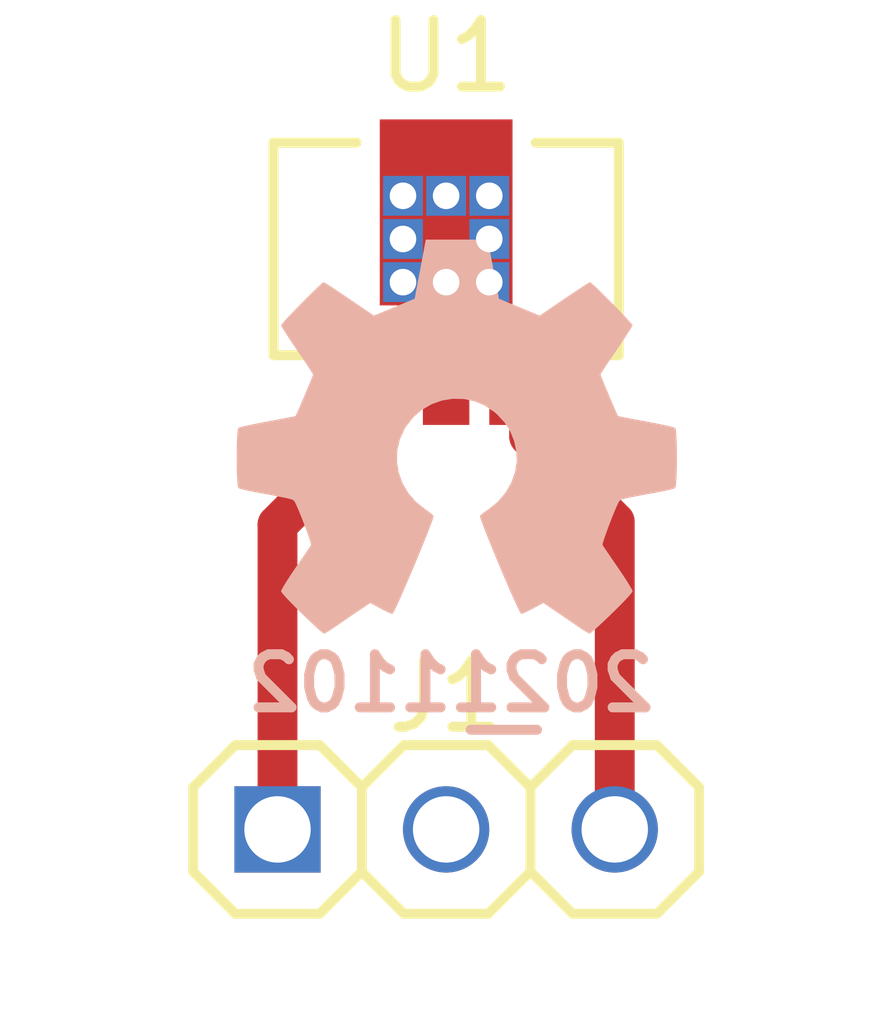
<source format=kicad_pcb>
(kicad_pcb (version 20171130) (host pcbnew 5.99.0+really5.1.10+dfsg1-1)

  (general
    (thickness 1.6)
    (drawings 0)
    (tracks 6)
    (zones 0)
    (modules 4)
    (nets 4)
  )

  (page A4)
  (layers
    (0 F.Cu signal)
    (31 B.Cu signal)
    (32 B.Adhes user)
    (33 F.Adhes user)
    (34 B.Paste user)
    (35 F.Paste user)
    (36 B.SilkS user)
    (37 F.SilkS user)
    (38 B.Mask user)
    (39 F.Mask user)
    (40 Dwgs.User user)
    (41 Cmts.User user)
    (42 Eco1.User user)
    (43 Eco2.User user)
    (44 Edge.Cuts user)
    (45 Margin user)
    (46 B.CrtYd user)
    (47 F.CrtYd user)
    (48 B.Fab user)
    (49 F.Fab user)
  )

  (setup
    (last_trace_width 0.6)
    (user_trace_width 0.2)
    (user_trace_width 0.3)
    (user_trace_width 0.4)
    (user_trace_width 0.6)
    (user_trace_width 0.8)
    (user_trace_width 1)
    (user_trace_width 1.2)
    (user_trace_width 1.4)
    (user_trace_width 1.6)
    (user_trace_width 2)
    (trace_clearance 0.2)
    (zone_clearance 0.508)
    (zone_45_only no)
    (trace_min 0.1524)
    (via_size 0.8)
    (via_drill 0.4)
    (via_min_size 0.381)
    (via_min_drill 0.254)
    (user_via 0.4 0.254)
    (user_via 0.5 0.3)
    (user_via 0.6 0.4)
    (user_via 0.8 0.6)
    (user_via 1.1 0.8)
    (user_via 1.3 1)
    (user_via 1.5 1.2)
    (user_via 1.7 1.4)
    (user_via 1.9 1.6)
    (user_via 2.5 2)
    (uvia_size 0.3)
    (uvia_drill 0.1)
    (uvias_allowed no)
    (uvia_min_size 0.2)
    (uvia_min_drill 0.1)
    (edge_width 0.05)
    (segment_width 0.2)
    (pcb_text_width 0.3)
    (pcb_text_size 1.5 1.5)
    (mod_edge_width 0.12)
    (mod_text_size 0.8 0.8)
    (mod_text_width 0.12)
    (pad_size 1.524 1.524)
    (pad_drill 0.762)
    (pad_to_mask_clearance 0.0762)
    (solder_mask_min_width 0.1016)
    (pad_to_paste_clearance_ratio -0.1)
    (aux_axis_origin 0 0)
    (visible_elements FFFFFF7F)
    (pcbplotparams
      (layerselection 0x010fc_ffffffff)
      (usegerberextensions false)
      (usegerberattributes true)
      (usegerberadvancedattributes true)
      (creategerberjobfile true)
      (excludeedgelayer true)
      (linewidth 0.100000)
      (plotframeref false)
      (viasonmask false)
      (mode 1)
      (useauxorigin false)
      (hpglpennumber 1)
      (hpglpenspeed 20)
      (hpglpendiameter 15.000000)
      (psnegative false)
      (psa4output false)
      (plotreference true)
      (plotvalue true)
      (plotinvisibletext false)
      (padsonsilk false)
      (subtractmaskfromsilk false)
      (outputformat 1)
      (mirror false)
      (drillshape 1)
      (scaleselection 1)
      (outputdirectory ""))
  )

  (net 0 "")
  (net 1 /3)
  (net 2 /2)
  (net 3 /1)

  (net_class Default "This is the default net class."
    (clearance 0.2)
    (trace_width 0.25)
    (via_dia 0.8)
    (via_drill 0.4)
    (uvia_dia 0.3)
    (uvia_drill 0.1)
    (add_net /1)
    (add_net /2)
    (add_net /3)
  )

  (module SquantorIC:SOT89-SOT23-Dual-NXP (layer F.Cu) (tedit 5D814A43) (tstamp 6181B14F)
    (at 151.13 80.01)
    (descr "SOT89 and SOT23 dual footprint NXP specification extra vias in tab")
    (tags "SOT89 SOT23 NXP viatab")
    (path /6181B031)
    (attr smd)
    (fp_text reference U1 (at 0 -3.25) (layer F.SilkS)
      (effects (font (size 1 1) (thickness 0.15)))
    )
    (fp_text value Generic_SOT23-3 (at 0 3.25) (layer F.Fab)
      (effects (font (size 1 1) (thickness 0.15)))
    )
    (fp_line (start -2.05 2.55) (end 2.05 2.55) (layer F.CrtYd) (width 0.05))
    (fp_line (start 2.05 2.55) (end 2.05 1.3) (layer F.CrtYd) (width 0.05))
    (fp_line (start 2.05 1.3) (end 2.65 1.3) (layer F.CrtYd) (width 0.05))
    (fp_line (start -2.05 2.55) (end -2.05 1.3) (layer F.CrtYd) (width 0.05))
    (fp_line (start -2.05 1.3) (end -2.65 1.3) (layer F.CrtYd) (width 0.05))
    (fp_line (start -1.3 -2.55) (end 1.3 -2.55) (layer F.CrtYd) (width 0.05))
    (fp_line (start -2.65 1.3) (end -2.65 -2) (layer F.CrtYd) (width 0.05))
    (fp_line (start -2.65 -2) (end -1.3 -2) (layer F.CrtYd) (width 0.05))
    (fp_line (start -1.3 -2) (end -1.3 -2.55) (layer F.CrtYd) (width 0.05))
    (fp_line (start 2.65 1.3) (end 2.65 -2) (layer F.CrtYd) (width 0.05))
    (fp_line (start 2.65 -2) (end 1.3 -2) (layer F.CrtYd) (width 0.05))
    (fp_line (start 1.3 -2) (end 1.3 -2.55) (layer F.CrtYd) (width 0.05))
    (fp_line (start -2.6 1.25) (end -2.6 -1.95) (layer F.SilkS) (width 0.15))
    (fp_line (start -2.6 -1.95) (end -1.35 -1.95) (layer F.SilkS) (width 0.15))
    (fp_line (start 1.35 -1.95) (end 2.6 -1.95) (layer F.SilkS) (width 0.15))
    (fp_line (start 2.6 -1.95) (end 2.6 1.25) (layer F.SilkS) (width 0.15))
    (fp_line (start -2.6 1.25) (end -2.1 1.25) (layer F.SilkS) (width 0.15))
    (fp_line (start -0.9 1.25) (end -0.6 1.25) (layer F.SilkS) (width 0.15))
    (fp_line (start 0.6 1.25) (end 0.9 1.25) (layer F.SilkS) (width 0.15))
    (fp_line (start 2.6 1.25) (end 2.1 1.25) (layer F.SilkS) (width 0.15))
    (pad 2 thru_hole rect (at 0.65 0.15) (size 0.6 0.6) (drill 0.4) (layers *.Cu *.Mask)
      (net 2 /2) (zone_connect 2))
    (pad 2 thru_hole rect (at 0 0.15) (size 0.6 0.6) (drill 0.4) (layers *.Cu *.Mask)
      (net 2 /2) (zone_connect 2))
    (pad 2 thru_hole rect (at -0.65 0.15) (size 0.6 0.6) (drill 0.4) (layers *.Cu *.Mask)
      (net 2 /2) (zone_connect 2))
    (pad 2 thru_hole rect (at -0.65 -0.5) (size 0.6 0.6) (drill 0.4) (layers *.Cu *.Mask)
      (net 2 /2) (zone_connect 2))
    (pad 2 thru_hole rect (at 0.65 -0.5) (size 0.6 0.6) (drill 0.4) (layers *.Cu *.Mask)
      (net 2 /2) (zone_connect 2))
    (pad 2 thru_hole rect (at -0.65 -1.15 90) (size 0.6 0.6) (drill 0.4) (layers *.Cu *.Mask)
      (net 2 /2) (zone_connect 2))
    (pad 2 thru_hole rect (at 0 -1.15) (size 0.6 0.6) (drill 0.4) (layers *.Cu *.Mask)
      (net 2 /2) (zone_connect 2))
    (pad 2 thru_hole rect (at 0.65 -1.15) (size 0.6 0.6) (drill 0.4) (layers *.Cu *.Mask)
      (net 2 /2) (zone_connect 2))
    (pad 2 smd rect (at 0 -1.825) (size 1.9 0.85) (layers F.Cu F.Paste)
      (net 2 /2))
    (pad 2 smd rect (at 0 -0.6) (size 1.2 1.2) (layers F.Cu F.Paste)
      (net 2 /2))
    (pad 3 smd rect (at 1.5 1.75) (size 0.6 1) (layers F.Cu F.Paste)
      (net 1 /3))
    (pad 1 smd rect (at -1.5 1.75) (size 0.6 1) (layers F.Cu F.Paste)
      (net 3 /1))
    (pad 2 smd rect (at 0 1.75) (size 0.6 1) (layers F.Cu F.Paste)
      (net 2 /2))
    (pad 2 smd rect (at 0 -0.9) (size 2 2.8) (layers F.Cu F.Mask)
      (net 2 /2))
    (pad 3 smd rect (at 1.25 1.75) (size 1.2 1.1) (layers F.Cu F.Mask)
      (net 1 /3))
    (pad 2 smd rect (at 0 1.4) (size 0.7 1.8) (layers F.Cu F.Mask)
      (net 2 /2))
    (pad 1 smd rect (at -1.25 1.75) (size 1.2 1.1) (layers F.Cu F.Mask)
      (net 3 /1))
    (model ${KISYS3DMOD}/Package_TO_SOT_SMD.3dshapes/SOT-89-3.step
      (at (xyz 0 0 0))
      (scale (xyz 1 1 1))
      (rotate (xyz 0 0 -90))
    )
    (model ${KISYS3DMOD}/Package_TO_SOT_SMD.3dshapes/SOT-23.step
      (offset (xyz 0 -0.5 0))
      (scale (xyz 1 1 1))
      (rotate (xyz 0 0 -90))
    )
  )

  (module SquantorConnectors:Header-0254-1X03-H010 (layer F.Cu) (tedit 5BE2003D) (tstamp 6181B11A)
    (at 151.13 88.4)
    (descr "PIN HEADER")
    (tags "PIN HEADER")
    (path /6181BC4B)
    (attr virtual)
    (fp_text reference J1 (at 0 -2) (layer F.SilkS)
      (effects (font (size 1 1) (thickness 0.15)))
    )
    (fp_text value Conn_01x03 (at 0 2.1) (layer F.Fab)
      (effects (font (size 1 1) (thickness 0.15)))
    )
    (fp_line (start -3.175 -1.27) (end -1.905 -1.27) (layer F.SilkS) (width 0.15))
    (fp_line (start -1.905 -1.27) (end -1.27 -0.635) (layer F.SilkS) (width 0.15))
    (fp_line (start -1.27 -0.635) (end -1.27 0.635) (layer F.SilkS) (width 0.15))
    (fp_line (start -1.27 0.635) (end -1.905 1.27) (layer F.SilkS) (width 0.15))
    (fp_line (start -1.27 -0.635) (end -0.635 -1.27) (layer F.SilkS) (width 0.15))
    (fp_line (start -0.635 -1.27) (end 0.635 -1.27) (layer F.SilkS) (width 0.15))
    (fp_line (start 0.635 -1.27) (end 1.27 -0.635) (layer F.SilkS) (width 0.15))
    (fp_line (start 1.27 -0.635) (end 1.27 0.635) (layer F.SilkS) (width 0.15))
    (fp_line (start 1.27 0.635) (end 0.635 1.27) (layer F.SilkS) (width 0.15))
    (fp_line (start 0.635 1.27) (end -0.635 1.27) (layer F.SilkS) (width 0.15))
    (fp_line (start -0.635 1.27) (end -1.27 0.635) (layer F.SilkS) (width 0.15))
    (fp_line (start -3.81 -0.635) (end -3.81 0.635) (layer F.SilkS) (width 0.15))
    (fp_line (start -3.175 -1.27) (end -3.81 -0.635) (layer F.SilkS) (width 0.15))
    (fp_line (start -3.81 0.635) (end -3.175 1.27) (layer F.SilkS) (width 0.15))
    (fp_line (start -1.905 1.27) (end -3.175 1.27) (layer F.SilkS) (width 0.15))
    (fp_line (start 1.27 -0.635) (end 1.905 -1.27) (layer F.SilkS) (width 0.15))
    (fp_line (start 1.905 -1.27) (end 3.175 -1.27) (layer F.SilkS) (width 0.15))
    (fp_line (start 3.175 -1.27) (end 3.81 -0.635) (layer F.SilkS) (width 0.15))
    (fp_line (start 3.81 -0.635) (end 3.81 0.635) (layer F.SilkS) (width 0.15))
    (fp_line (start 3.81 0.635) (end 3.175 1.27) (layer F.SilkS) (width 0.15))
    (fp_line (start 3.175 1.27) (end 1.905 1.27) (layer F.SilkS) (width 0.15))
    (fp_line (start 1.905 1.27) (end 1.27 0.635) (layer F.SilkS) (width 0.15))
    (pad 3 thru_hole circle (at 2.54 0 180) (size 1.3 1.3) (drill 1) (layers *.Cu *.Mask)
      (net 1 /3))
    (pad 2 thru_hole circle (at 0 0 180) (size 1.3 1.3) (drill 1) (layers *.Cu *.Mask)
      (net 2 /2))
    (pad 1 thru_hole rect (at -2.54 0 180) (size 1.3 1.3) (drill 1) (layers *.Cu *.Mask)
      (net 3 /1))
  )

  (module Symbol:OSHW-Symbol_6.7x6mm_SilkScreen (layer B.Cu) (tedit 0) (tstamp 5EE12086)
    (at 151.3 82.5 180)
    (descr "Open Source Hardware Symbol")
    (tags "Logo Symbol OSHW")
    (path /5EE13678)
    (attr virtual)
    (fp_text reference N2 (at 0 0) (layer B.SilkS) hide
      (effects (font (size 1 1) (thickness 0.15)) (justify mirror))
    )
    (fp_text value OHWLOGO (at 0.75 0) (layer B.Fab) hide
      (effects (font (size 1 1) (thickness 0.15)) (justify mirror))
    )
    (fp_poly (pts (xy 0.555814 2.531069) (xy 0.639635 2.086445) (xy 0.94892 1.958947) (xy 1.258206 1.831449)
      (xy 1.629246 2.083754) (xy 1.733157 2.154004) (xy 1.827087 2.216728) (xy 1.906652 2.269062)
      (xy 1.96747 2.308143) (xy 2.005157 2.331107) (xy 2.015421 2.336058) (xy 2.03391 2.323324)
      (xy 2.07342 2.288118) (xy 2.129522 2.234938) (xy 2.197787 2.168282) (xy 2.273786 2.092646)
      (xy 2.353092 2.012528) (xy 2.431275 1.932426) (xy 2.503907 1.856836) (xy 2.566559 1.790255)
      (xy 2.614803 1.737182) (xy 2.64421 1.702113) (xy 2.651241 1.690377) (xy 2.641123 1.66874)
      (xy 2.612759 1.621338) (xy 2.569129 1.552807) (xy 2.513218 1.467785) (xy 2.448006 1.370907)
      (xy 2.410219 1.31565) (xy 2.341343 1.214752) (xy 2.28014 1.123701) (xy 2.229578 1.04703)
      (xy 2.192628 0.989272) (xy 2.172258 0.954957) (xy 2.169197 0.947746) (xy 2.176136 0.927252)
      (xy 2.195051 0.879487) (xy 2.223087 0.811168) (xy 2.257391 0.729011) (xy 2.295109 0.63973)
      (xy 2.333387 0.550042) (xy 2.36937 0.466662) (xy 2.400206 0.396306) (xy 2.423039 0.34569)
      (xy 2.435017 0.321529) (xy 2.435724 0.320578) (xy 2.454531 0.315964) (xy 2.504618 0.305672)
      (xy 2.580793 0.290713) (xy 2.677865 0.272099) (xy 2.790643 0.250841) (xy 2.856442 0.238582)
      (xy 2.97695 0.215638) (xy 3.085797 0.193805) (xy 3.177476 0.174278) (xy 3.246481 0.158252)
      (xy 3.287304 0.146921) (xy 3.295511 0.143326) (xy 3.303548 0.118994) (xy 3.310033 0.064041)
      (xy 3.31497 -0.015108) (xy 3.318364 -0.112026) (xy 3.320218 -0.220287) (xy 3.320538 -0.333465)
      (xy 3.319327 -0.445135) (xy 3.31659 -0.548868) (xy 3.312331 -0.638241) (xy 3.306555 -0.706826)
      (xy 3.299267 -0.748197) (xy 3.294895 -0.75681) (xy 3.268764 -0.767133) (xy 3.213393 -0.781892)
      (xy 3.136107 -0.799352) (xy 3.04423 -0.81778) (xy 3.012158 -0.823741) (xy 2.857524 -0.852066)
      (xy 2.735375 -0.874876) (xy 2.641673 -0.89308) (xy 2.572384 -0.907583) (xy 2.523471 -0.919292)
      (xy 2.490897 -0.929115) (xy 2.470628 -0.937956) (xy 2.458626 -0.946724) (xy 2.456947 -0.948457)
      (xy 2.440184 -0.976371) (xy 2.414614 -1.030695) (xy 2.382788 -1.104777) (xy 2.34726 -1.191965)
      (xy 2.310583 -1.285608) (xy 2.275311 -1.379052) (xy 2.243996 -1.465647) (xy 2.219193 -1.53874)
      (xy 2.203454 -1.591678) (xy 2.199332 -1.617811) (xy 2.199676 -1.618726) (xy 2.213641 -1.640086)
      (xy 2.245322 -1.687084) (xy 2.291391 -1.754827) (xy 2.348518 -1.838423) (xy 2.413373 -1.932982)
      (xy 2.431843 -1.959854) (xy 2.497699 -2.057275) (xy 2.55565 -2.146163) (xy 2.602538 -2.221412)
      (xy 2.635207 -2.27792) (xy 2.6505 -2.310581) (xy 2.651241 -2.314593) (xy 2.638392 -2.335684)
      (xy 2.602888 -2.377464) (xy 2.549293 -2.435445) (xy 2.482171 -2.505135) (xy 2.406087 -2.582045)
      (xy 2.325604 -2.661683) (xy 2.245287 -2.739561) (xy 2.169699 -2.811186) (xy 2.103405 -2.87207)
      (xy 2.050969 -2.917721) (xy 2.016955 -2.94365) (xy 2.007545 -2.947883) (xy 1.985643 -2.937912)
      (xy 1.9408 -2.91102) (xy 1.880321 -2.871736) (xy 1.833789 -2.840117) (xy 1.749475 -2.782098)
      (xy 1.649626 -2.713784) (xy 1.549473 -2.645579) (xy 1.495627 -2.609075) (xy 1.313371 -2.4858)
      (xy 1.160381 -2.56852) (xy 1.090682 -2.604759) (xy 1.031414 -2.632926) (xy 0.991311 -2.648991)
      (xy 0.981103 -2.651226) (xy 0.968829 -2.634722) (xy 0.944613 -2.588082) (xy 0.910263 -2.515609)
      (xy 0.867588 -2.421606) (xy 0.818394 -2.310374) (xy 0.76449 -2.186215) (xy 0.707684 -2.053432)
      (xy 0.649782 -1.916327) (xy 0.592593 -1.779202) (xy 0.537924 -1.646358) (xy 0.487584 -1.522098)
      (xy 0.44338 -1.410725) (xy 0.407119 -1.316539) (xy 0.380609 -1.243844) (xy 0.365658 -1.196941)
      (xy 0.363254 -1.180833) (xy 0.382311 -1.160286) (xy 0.424036 -1.126933) (xy 0.479706 -1.087702)
      (xy 0.484378 -1.084599) (xy 0.628264 -0.969423) (xy 0.744283 -0.835053) (xy 0.83143 -0.685784)
      (xy 0.888699 -0.525913) (xy 0.915086 -0.359737) (xy 0.909585 -0.191552) (xy 0.87119 -0.025655)
      (xy 0.798895 0.133658) (xy 0.777626 0.168513) (xy 0.666996 0.309263) (xy 0.536302 0.422286)
      (xy 0.390064 0.506997) (xy 0.232808 0.562806) (xy 0.069057 0.589126) (xy -0.096667 0.58537)
      (xy -0.259838 0.55095) (xy -0.415935 0.485277) (xy -0.560433 0.387765) (xy -0.605131 0.348187)
      (xy -0.718888 0.224297) (xy -0.801782 0.093876) (xy -0.858644 -0.052315) (xy -0.890313 -0.197088)
      (xy -0.898131 -0.35986) (xy -0.872062 -0.52344) (xy -0.814755 -0.682298) (xy -0.728856 -0.830906)
      (xy -0.617014 -0.963735) (xy -0.481877 -1.075256) (xy -0.464117 -1.087011) (xy -0.40785 -1.125508)
      (xy -0.365077 -1.158863) (xy -0.344628 -1.18016) (xy -0.344331 -1.180833) (xy -0.348721 -1.203871)
      (xy -0.366124 -1.256157) (xy -0.394732 -1.33339) (xy -0.432735 -1.431268) (xy -0.478326 -1.545491)
      (xy -0.529697 -1.671758) (xy -0.585038 -1.805767) (xy -0.642542 -1.943218) (xy -0.700399 -2.079808)
      (xy -0.756802 -2.211237) (xy -0.809942 -2.333205) (xy -0.85801 -2.441409) (xy -0.899199 -2.531549)
      (xy -0.931699 -2.599323) (xy -0.953703 -2.64043) (xy -0.962564 -2.651226) (xy -0.98964 -2.642819)
      (xy -1.040303 -2.620272) (xy -1.105817 -2.587613) (xy -1.141841 -2.56852) (xy -1.294832 -2.4858)
      (xy -1.477088 -2.609075) (xy -1.570125 -2.672228) (xy -1.671985 -2.741727) (xy -1.767438 -2.807165)
      (xy -1.81525 -2.840117) (xy -1.882495 -2.885273) (xy -1.939436 -2.921057) (xy -1.978646 -2.942938)
      (xy -1.991381 -2.947563) (xy -2.009917 -2.935085) (xy -2.050941 -2.900252) (xy -2.110475 -2.846678)
      (xy -2.184542 -2.777983) (xy -2.269165 -2.697781) (xy -2.322685 -2.646286) (xy -2.416319 -2.554286)
      (xy -2.497241 -2.471999) (xy -2.562177 -2.402945) (xy -2.607858 -2.350644) (xy -2.631011 -2.318616)
      (xy -2.633232 -2.312116) (xy -2.622924 -2.287394) (xy -2.594439 -2.237405) (xy -2.550937 -2.167212)
      (xy -2.495577 -2.081875) (xy -2.43152 -1.986456) (xy -2.413303 -1.959854) (xy -2.346927 -1.863167)
      (xy -2.287378 -1.776117) (xy -2.237984 -1.703595) (xy -2.202075 -1.650493) (xy -2.182981 -1.621703)
      (xy -2.181136 -1.618726) (xy -2.183895 -1.595782) (xy -2.198538 -1.545336) (xy -2.222513 -1.474041)
      (xy -2.253266 -1.388547) (xy -2.288244 -1.295507) (xy -2.324893 -1.201574) (xy -2.360661 -1.113399)
      (xy -2.392994 -1.037634) (xy -2.419338 -0.980931) (xy -2.437142 -0.949943) (xy -2.438407 -0.948457)
      (xy -2.449294 -0.939601) (xy -2.467682 -0.930843) (xy -2.497606 -0.921277) (xy -2.543103 -0.909996)
      (xy -2.608209 -0.896093) (xy -2.696961 -0.878663) (xy -2.813393 -0.856798) (xy -2.961542 -0.829591)
      (xy -2.993618 -0.823741) (xy -3.088686 -0.805374) (xy -3.171565 -0.787405) (xy -3.23493 -0.771569)
      (xy -3.271458 -0.7596) (xy -3.276356 -0.75681) (xy -3.284427 -0.732072) (xy -3.290987 -0.67679)
      (xy -3.296033 -0.597389) (xy -3.299559 -0.500296) (xy -3.301561 -0.391938) (xy -3.302036 -0.27874)
      (xy -3.300977 -0.167128) (xy -3.298382 -0.063529) (xy -3.294246 0.025632) (xy -3.288563 0.093928)
      (xy -3.281331 0.134934) (xy -3.276971 0.143326) (xy -3.252698 0.151792) (xy -3.197426 0.165565)
      (xy -3.116662 0.18345) (xy -3.015912 0.204252) (xy -2.900683 0.226777) (xy -2.837902 0.238582)
      (xy -2.718787 0.260849) (xy -2.612565 0.281021) (xy -2.524427 0.298085) (xy -2.459566 0.311031)
      (xy -2.423174 0.318845) (xy -2.417184 0.320578) (xy -2.407061 0.34011) (xy -2.385662 0.387157)
      (xy -2.355839 0.454997) (xy -2.320445 0.536909) (xy -2.282332 0.626172) (xy -2.244353 0.716065)
      (xy -2.20936 0.799865) (xy -2.180206 0.870853) (xy -2.159743 0.922306) (xy -2.150823 0.947503)
      (xy -2.150657 0.948604) (xy -2.160769 0.968481) (xy -2.189117 1.014223) (xy -2.232723 1.081283)
      (xy -2.288606 1.165116) (xy -2.353787 1.261174) (xy -2.391679 1.31635) (xy -2.460725 1.417519)
      (xy -2.52205 1.50937) (xy -2.572663 1.587256) (xy -2.609571 1.646531) (xy -2.629782 1.682549)
      (xy -2.632701 1.690623) (xy -2.620153 1.709416) (xy -2.585463 1.749543) (xy -2.533063 1.806507)
      (xy -2.467384 1.875815) (xy -2.392856 1.952969) (xy -2.313913 2.033475) (xy -2.234983 2.112837)
      (xy -2.1605 2.18656) (xy -2.094894 2.250148) (xy -2.042596 2.299106) (xy -2.008039 2.328939)
      (xy -1.996478 2.336058) (xy -1.977654 2.326047) (xy -1.932631 2.297922) (xy -1.865787 2.254546)
      (xy -1.781499 2.198782) (xy -1.684144 2.133494) (xy -1.610707 2.083754) (xy -1.239667 1.831449)
      (xy -0.621095 2.086445) (xy -0.537275 2.531069) (xy -0.453454 2.975693) (xy 0.471994 2.975693)
      (xy 0.555814 2.531069)) (layer B.SilkS) (width 0.01))
  )

  (module SquantorLabels:Label_Generic (layer B.Cu) (tedit 5D8A7D4C) (tstamp 5EE12051)
    (at 152 86.3 180)
    (descr "Label for general purpose use")
    (tags Label)
    (path /5EE12BF3)
    (attr smd)
    (fp_text reference N1 (at 0 -1.85) (layer B.Fab) hide
      (effects (font (size 1 1) (thickness 0.15)) (justify mirror))
    )
    (fp_text value 20211102 (at 0.8 0.1) (layer B.SilkS)
      (effects (font (size 0.8 0.8) (thickness 0.15)) (justify mirror))
    )
    (fp_line (start -0.5 -0.6) (end 0.5 -0.6) (layer B.SilkS) (width 0.15))
  )

  (segment (start 152.38 82.48) (end 152.38 81.76) (width 0.6) (layer F.Cu) (net 1))
  (segment (start 153.67 83.77) (end 152.38 82.48) (width 0.6) (layer F.Cu) (net 1))
  (segment (start 153.67 88.4) (end 153.67 83.77) (width 0.6) (layer F.Cu) (net 1))
  (segment (start 149.88 82.52) (end 149.88 81.76) (width 0.6) (layer F.Cu) (net 3))
  (segment (start 148.59 83.81) (end 149.88 82.52) (width 0.6) (layer F.Cu) (net 3))
  (segment (start 148.59 88.4) (end 148.59 83.81) (width 0.6) (layer F.Cu) (net 3))

)

</source>
